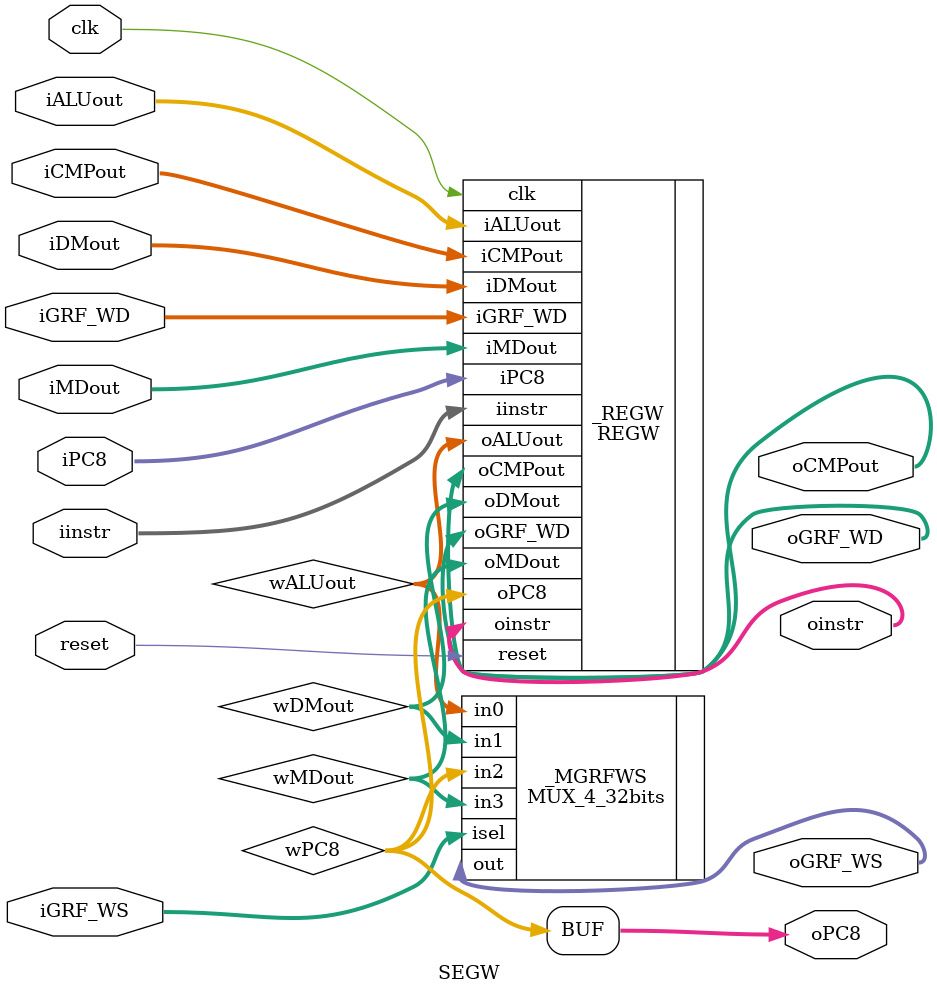
<source format=v>
`timescale 1ns / 1ps

module SEGF(
		// controller
		input [2:0] iNPC_sel,
		// hazard
		input iNPC_en,
		// others
		input [31:0] iinstrD,
		input [31:0] irs,
		input clk,
		input reset,
		output [31:0] oinstr,
		output [31:0] oPC8
    );

	wire [31:0] wNPC, wPC;
	
	PC _PC(
		.iNPC(wNPC), .clk(clk), .en(iNPC_en), .reset(reset), .oPC(wPC)
	);
	
	NPC _NPC(
		.iPC(wPC), .iinstr(iinstrD), .irs(irs), .iNPC_sel(iNPC_sel), .oNPC(wNPC), .oPC8(oPC8)
	);
	
	IM _IM(
		.iPC(wPC[13:2]), .oinstr(oinstr)
	);
	
endmodule

module SEGD(
		// controller
		input [2:0] iEXT_op,
		input iGRF_WE,
		output [7:0] oCMPout,
		// hazard
		input iREGD_en,
		input [2:0] iFGRFo1_sel,
		input [2:0] iFGRFo2_sel,
		// others
		input [31:0] iinstr,
		input [31:0] iPC8,
		input [31:0] iPC8M, // bypass
		input [31:0] iPC8W, // display
		input clk,
		input reset,
		input [31:0] iGRF_Data,
		input [4:0] iGRF_WD,
		input [31:0] iFM2D,
		input [31:0] iFMMD2D,
		input [31:0] iFW2D,
		output [31:0] oinstr,
		output [31:0] oGRFo1,
		output [31:0] oGRFo2,
		output [31:0] oPC8,
		output [31:0] oEXTout
    );

	wire [31:0] winstr, wGRFd1, wGRFd2, wGRFo1, wGRFo2;
	
	assign oinstr = winstr;
	assign oGRFo1 = wGRFo1;
	assign oGRFo2 = wGRFo2;

	REGD _REGD(
		.iinstr(iinstr), .iPC8(iPC8), .clk(clk), .en(iREGD_en), .reset(reset), .oinstr(winstr), 
		.oPC8(oPC8)
	);
	
	GRF _GRF(
		.iA1_Addr(winstr[25:21]), .iA2_Addr(winstr[20:16]), .iA3_Addr(iGRF_WD), .iWD(iGRF_Data), 
		.iPC8(iPC8W), .clk(clk), .iWE(iGRF_WE), .reset(reset), .oA1_Data(wGRFd1), .oA2_Data(wGRFd2)
	);
	
	EXT _EXT(
		.i16(winstr[15:0]), .iop(iEXT_op), .o32(oEXTout)
	);
	
	// Due to the existance of internal bypass in RF, .in4(iFW2D) is actually not necessary.
	// Setting the F2D bypass is to make bypass logic in different segments identical.
	MUX_8_32bits _MFGRFo1(
		.in0(wGRFd1), .in1(iFM2D), .in2(iPC8M), .in3(iFMMD2D), .in4(iFW2D), .isel(iFGRFo1_sel), 
		.out(wGRFo1)
	);
	
	MUX_8_32bits _MFGRFo2(
		.in0(wGRFd2), .in1(iFM2D), .in2(iPC8M), .in3(iFMMD2D), .in4(iFW2D), .isel(iFGRFo2_sel), 
		.out(wGRFo2)
	);
	
	CMP _CMP(
		.iA1(wGRFo1), .iA2(wGRFo2), .oresult(oCMPout)
	);

endmodule

module SEGE(
		// controller
		input iALU_src,
		input iMD_sel,
		input [1:0] iGRF_WD,
		input [3:0] iALU_op,
		// hazard
		input iREGE_clear,
		input [2:0] iFALUi1_sel,
		input [2:0] iFALUi2_sel,
		output oMDoccupy,
		// others
		input [31:0] iinstr,
		input [31:0] iGRFo1,
		input [31:0] iGRFo2,
		input [31:0] iPC8,
		input [31:0] iPC8M,
		input [31:0] iEXTout,
		input [31:0] iFM2E,
		input [31:0] iFW2E,
		input [31:0] iFMMD2E,
		input [7:0] iCMPout,
		input clk,
		input reset,
		output [31:0] oinstr,
		output [31:0] oALUout,
		output [31:0] oALUi2,
		output [31:0] oPC8,
		output [31:0] oMDout,
		output [7:0] oCMPout,
		output [4:0] oGRF_WD
    );

	wire [31:0] winstr, wGRFo1, wGRFo2, wEXTout;
	wire [31:0] wALUi1, wALUi2, wALUsrc2;
	wire [31:0] wHI, wLO;
	wire [4:0] wconst1f;
	reg [4:0] rconst1f;
	
	initial rconst1f = 5'h1f;
	
	assign wconst1f = rconst1f;
	assign oinstr = winstr;
	assign oALUi2 = wALUi2;

	REGE _REGE(
		.iinstr(iinstr), .iGRFo1(iGRFo1), .iGRFo2(iGRFo2), .iPC8(iPC8), .iEXTout(iEXTout), 
		.iCMPout(iCMPout), .clk(clk), .clear(iREGE_clear), .reset(reset), .oinstr(winstr), 
		.oGRFo1(wGRFo1), .oGRFo2(wGRFo2), .oPC8(oPC8), .oEXTout(wEXTout), .oCMPout(oCMPout)
	);
	
	MUX_8_32bits _MFALUi1(
		.in0(wGRFo1), .in1(iFM2E), .in2(iPC8M), .in3(iFMMD2E), .in4(iFW2E), .isel(iFALUi1_sel), 
		.out(wALUi1)
	);
	
	MUX_8_32bits _MFALUi2(
		.in0(wGRFo2), .in1(iFM2E), .in2(iPC8M), .in3(iFMMD2E), .in4(iFW2E), .isel(iFALUi2_sel), 
		.out(wALUi2)
	);
	
	MUX_2_32bits _MALUsrc(
		.in0(wALUi2), .in1(wEXTout), .isel(iALU_src), .out(wALUsrc2)
	);
	
	ALU _ALU(
		.iA1(wALUi1), .iA2(wALUsrc2), .isa(winstr[10:6]), .iop(iALU_op), .oresult(oALUout)
	);
	
	MD _MD(
		.iinstr(winstr), .iA1(wALUi1), .iA2(wALUsrc2), .clk(clk), .reset(reset), .oHI(wHI), 
		.oLO(wLO), .ooccupy(oMDoccupy)
	);
	
	MUX_2_32bits _MMDout(
		.in0(wHI), .in1(wLO), .isel(iMD_sel), .out(oMDout)
	);
	
	MUX_4_5bits _MGRFWD(
		.in0(winstr[15:11]), .in1(winstr[20:16]), .in2(wconst1f), .isel(iGRF_WD), .out(oGRF_WD)
	);

endmodule

module SEGM(
		// controller
		input [3:0] iDMctrl,
		// hazard
		input iFDMin_sel,
		// others
		input [31:0] iinstr,
		input [31:0] iALUout,
		input [31:0] iALUi2,
		input [31:0] iPC8,
		input [31:0] iMDout,
		input [31:0] iFW2M,
		input [7:0] iCMPout,
		input [4:0] iGRF_WD,
		input clk,
		input reset,
		output [31:0] oinstr,
		output [31:0] oALUout,
		output [31:0] oDMout,
		output [31:0] oPC8,
		output [31:0] oMDout,
		output [7:0] oCMPout,
		output [4:0] oGRF_WD
    );
	 
	wire [31:0] winstr, wALUout, wALUi2, wPC8, wDMin, wDM_WD;
	wire [31:0] wDM_Data;
	wire [11:0] wAddr;
	wire [3:0] wBE;
	
	assign oinstr = winstr;
	assign oALUout = wALUout;
	assign oPC8 = wPC8;

	REGM _REGM(
		.iinstr(iinstr), .iALUout(iALUout), .iALUi2(iALUi2), .iPC8(iPC8), .iMDout(iMDout), 
		.iCMPout(iCMPout), .iGRF_WD(iGRF_WD), .clk(clk), .reset(reset), .oinstr(winstr), 
		.oALUout(wALUout), .oALUi2(wALUi2), .oPC8(wPC8), .oMDout(oMDout), .oCMPout(oCMPout), 
		.oGRF_WD(oGRF_WD)
	);
	
	MUX_2_32bits _MFDMin(
		.in0(wALUi2), .in1(iFW2M), .isel(iFDMin_sel), .out(wDMin)
	);
	
	DMF _DMF(
		.iAddr(wALUout), .iData(wDMin), .ictrl(iDMctrl), .oAddr(wAddr), .oData(wDM_WD), .oBE(wBE)
	);
	
	DM _DM(
		.iAddr(wAddr), .iData(wDM_WD), .iPC8(wPC8), .iDM_BE(wBE), .clk(clk), .reset(reset), 
		.out(wDM_Data)
	);
	
	DMB _DMB(
		.iAddr(wALUout), .iData(wDM_Data), .ictrl(iDMctrl), .out(oDMout)
	);

endmodule

module SEGW(
		// controller
		input [1:0] iGRF_WS,
		output [7:0] oCMPout,
		// others
		input [31:0] iinstr,
		input [31:0] iALUout,
		input [31:0] iDMout,
		input [31:0] iPC8,
		input [31:0] iMDout,
		input [7:0] iCMPout,
		input [4:0] iGRF_WD,
		input clk,
		input reset,
		output [31:0] oinstr,
		output [31:0] oGRF_WS,
		output [31:0] oPC8,
		output [4:0] oGRF_WD
    );

	wire [31:0] wALUout, wDMout, wPC8, wMDout;
	
	assign oPC8 = wPC8;

	REGW _REGW(
		.iinstr(iinstr), .iALUout(iALUout), .iDMout(iDMout), .iPC8(iPC8), .iMDout(iMDout), 
		.iCMPout(iCMPout), .iGRF_WD(iGRF_WD), .clk(clk), .reset(reset), .oinstr(oinstr), 
		.oALUout(wALUout), .oDMout(wDMout), .oPC8(wPC8), .oMDout(wMDout), .oCMPout(oCMPout), 
		.oGRF_WD(oGRF_WD)
	);
	
	MUX_4_32bits _MGRFWS(
		.in0(wALUout), .in1(wDMout), .in2(wPC8), .in3(wMDout), .isel(iGRF_WS), .out(oGRF_WS)
	);

endmodule

</source>
